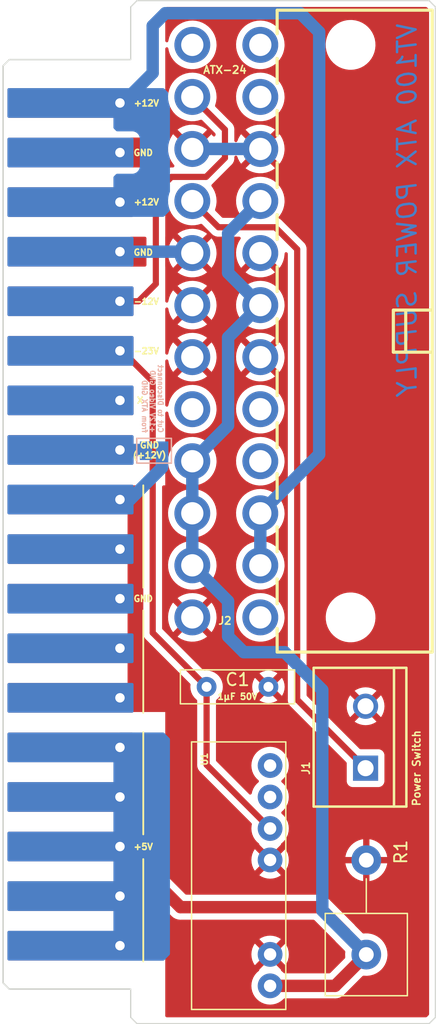
<source format=kicad_pcb>
(kicad_pcb (version 20211014) (generator pcbnew)
  (layers (0 "F.Cu" signal) (31 "B.Cu" signal) (34 "B.Paste" user) (35 "F.Paste" user) (36 "B.SilkS" user "B.Silkscreen") (37 "F.SilkS" user "F.Silkscreen") (38 "B.Mask" user) (39 "F.Mask" user) (44 "Edge.Cuts" user))
  (net 0 "")
  (net 2 "-23V")
  (net 4 "GND")
  (net 5 "Net-(J1-Pad1)")
  (net 6 "+5V")
  (net 7 "+12V")
  (net 8 "-12V")
  (net 10 "GND_+12V")
  (footprint "VT105_Library:NMT0572SC" (layer "F.Cu") (at 51.911 117.856 90)
    (fp_text reference "U1" (at 10.668 4.858 90 unlocked) (layer "F.SilkS") (effects (font (size 0.5 0.5) (thickness 0.125))))
    (fp_text value "NMT0572SC")
    (fp_line (start -9.525 11.43) (end -9.525 3.81) (layer "F.SilkS") (width 0.12))
    (fp_line (start 12.065 11.43) (end -9.525 11.43) (layer "F.SilkS") (width 0.12))
    (fp_line (start -9.525 3.81) (end 12.065 3.81) (layer "F.SilkS") (width 0.12))
    (fp_line (start 12.065 3.81) (end 12.065 11.43) (layer "F.SilkS") (width 0.12))
    (pad "1" thru_hole circle (at -7.62 10.16 90) (size 2 2) (drill 1) (layers *.Cu *.Mask) (net 6 "+5V"))
    (pad "2" thru_hole circle (at -5.08 10.16 90) (size 2 2) (drill 1) (layers *.Cu *.Mask) (net 4 "GND"))
    (pad "5" thru_hole circle (at 2.54 10.16 90) (size 2 2) (drill 1) (layers *.Cu *.Mask) (net 4 "GND"))
    (pad "6" thru_hole circle (at 5.08 10.16 90) (size 2 2) (drill 1) (layers *.Cu *.Mask) (net 2 "-23V"))
    (pad "7" thru_hole circle (at 7.62 10.16 90) (size 2 2) (drill 1) (layers *.Cu *.Mask))
    (pad "8" thru_hole circle (at 10.16 10.16 90) (size 2 2) (drill 1) (layers *.Cu *.Mask))
  )
  (footprint "Capacitor_THT:C_Disc_D9.0mm_W2.5mm_P5.00mm" (layer "F.Cu") (at 56.936 101.346)
    (fp_text reference "C1" (at 2.5 -0.5842) (layer "F.SilkS"))
    (fp_text value "1uF 50V")
    (fp_line (start -2.12 -1.37) (end -2.12 1.37) (layer "F.SilkS") (width 0.12))
    (fp_line (start -2.12 1.37) (end 7.12 1.37) (layer "F.SilkS") (width 0.12))
    (fp_line (start -2.12 -1.37) (end 7.12 -1.37) (layer "F.SilkS") (width 0.12))
    (fp_line (start 7.12 -1.37) (end 7.12 1.37) (layer "F.SilkS") (width 0.12))
    (pad "1" thru_hole circle (at 0 0) (size 1.6 1.6) (drill 0.8) (layers *.Cu *.Mask) (net 2 "-23V"))
    (pad "2" thru_hole circle (at 5 0) (size 1.6 1.6) (drill 0.8) (layers *.Cu *.Mask) (net 4 "GND"))
  )
  (footprint "Connectors:SCREWTERMINAL-5MM-2" (layer "F.Cu") (at 69.79158 107.91063 90)
    (fp_text reference "J1" (at 0 -4.826 90) (layer "F.SilkS") (effects (font (size 0.6096 0.6096) (thickness 0.127))))
    (fp_text value "Power Switch" (at 0 4.12242 90) (layer "F.SilkS") (effects (font (size 0.6096 0.6096) (thickness 0.127))))
    (fp_line (start -3.0988 2.2987) (end -3.0988 -4.19862) (layer "F.SilkS") (width 0.2032))
    (fp_line (start 8.09752 2.2987) (end 8.09752 3.29946) (layer "F.SilkS") (width 0.2032))
    (fp_line (start 8.09752 -4.19862) (end 8.09752 2.2987) (layer "F.SilkS") (width 0.2032))
    (fp_line (start 8.09752 2.2987) (end -3.0988 2.2987) (layer "F.SilkS") (width 0.2032))
    (fp_line (start 8.09752 3.29946) (end -3.0988 3.29946) (layer "F.SilkS") (width 0.2032))
    (fp_line (start -3.0988 -4.19862) (end 8.09752 -4.19862) (layer "F.SilkS") (width 0.2032))
    (fp_line (start -3.0988 3.29946) (end -3.0988 2.2987) (layer "F.SilkS") (width 0.2032))
    (pad "1" thru_hole rect locked (at 0 0 90) (size 2.032 2.032) (drill 1.29794) (layers *.Cu *.Mask) (net 5 "Net-(J1-Pad1)"))
    (pad "2" thru_hole circle locked (at 4.99872 0 90) (size 2.032 2.032) (drill 1.29794) (layers *.Cu *.Mask) (net 4 "GND"))
  )
  (footprint "VT105_Library:VT105_Card_Edge" (layer "F.Cu") (at 40.481 50.733)
    (fp_text reference "U2")
    (fp_text value "VT105_PSU_Edge")
    (fp_line (start 0.5 75) (end 10.25 75) (layer "Edge.Cuts") (width 0.12))
    (fp_line (start 0 74.5) (end 0.5 75) (layer "Edge.Cuts") (width 0.12))
    (fp_line (start 0.5 0) (end 0 0.5) (layer "Edge.Cuts") (width 0.12))
    (fp_line (start 0 74.5) (end 0 0.5) (layer "Edge.Cuts") (width 0.12))
    (fp_line (start 0.5 0) (end 10.25 0) (layer "Edge.Cuts") (width 0.12))
    (pad "1" thru_hole roundrect (at 9.45 3.5 180) (size 10.2 2.4) (drill 0.762 (offset 4 0)) (layers *.Cu *.Mask) (roundrect_rratio 0.05) (net 7 "+12V"))
    (pad "2" thru_hole roundrect (at 9.45 7.5 180) (size 10.2 2.4) (drill 0.762 (offset 4 0)) (layers *.Cu *.Mask) (roundrect_rratio 0.05) (net 4 "GND"))
    (pad "3" thru_hole roundrect (at 9.45 11.5 180) (size 10.2 2.4) (drill 0.762 (offset 4 0)) (layers *.Cu *.Mask) (roundrect_rratio 0.05) (net 7 "+12V"))
    (pad "4" thru_hole roundrect (at 9.45 15.5 180) (size 10.2 2.4) (drill 0.762 (offset 4 0)) (layers *.Cu *.Mask) (roundrect_rratio 0.05) (net 4 "GND"))
    (pad "5" thru_hole roundrect (at 9.45 19.5 180) (size 10.2 2.4) (drill 0.762 (offset 4 0)) (layers *.Cu *.Mask) (roundrect_rratio 0.05) (net 8 "-12V"))
    (pad "6" thru_hole roundrect (at 9.45 23.5 180) (size 10.2 2.4) (drill 0.762 (offset 4 0)) (layers *.Cu *.Mask) (roundrect_rratio 0.05) (net 2 "-23V"))
    (pad "7" thru_hole roundrect (at 9.45 27.5 180) (size 10.2 2.4) (drill 0.762 (offset 4 0)) (layers *.Cu *.Mask) (roundrect_rratio 0.05))
    (pad "8" thru_hole roundrect (at 9.45 31.5 180) (size 10.2 2.4) (drill 0.762 (offset 4 0)) (layers *.Cu *.Mask) (roundrect_rratio 0.05) (net 10 "GND_+12V"))
    (pad "9" thru_hole roundrect (at 9.45 35.5 180) (size 10.2 2.4) (drill 0.762 (offset 4 0)) (layers *.Cu *.Mask) (roundrect_rratio 0.05) (net 4 "GND"))
    (pad "10" thru_hole roundrect (at 9.45 39.5 180) (size 10.2 2.4) (drill 0.762 (offset 4 0)) (layers *.Cu *.Mask) (roundrect_rratio 0.05) (net 4 "GND"))
    (pad "11" thru_hole roundrect (at 9.45 43.5 180) (size 10.2 2.4) (drill 0.762 (offset 4 0)) (layers *.Cu *.Mask) (roundrect_rratio 0.05) (net 4 "GND"))
    (pad "12" thru_hole roundrect (at 9.45 47.5 180) (size 10.2 2.4) (drill 0.762 (offset 4 0)) (layers *.Cu *.Mask) (roundrect_rratio 0.05) (net 4 "GND"))
    (pad "13" thru_hole roundrect (at 9.45 51.5 180) (size 10.2 2.4) (drill 0.762 (offset 4 0)) (layers *.Cu *.Mask) (roundrect_rratio 0.05) (net 4 "GND"))
    (pad "14" thru_hole roundrect (at 9.45 55.5 180) (size 10.2 2.4) (drill 0.762 (offset 4 0)) (layers *.Cu *.Mask) (roundrect_rratio 0.05) (net 6 "+5V"))
    (pad "15" thru_hole roundrect (at 9.45 59.5 180) (size 10.2 2.4) (drill 0.762 (offset 4 0)) (layers *.Cu *.Mask) (roundrect_rratio 0.05) (net 6 "+5V"))
    (pad "16" thru_hole roundrect (at 9.45 63.5 180) (size 10.2 2.4) (drill 0.762 (offset 4 0)) (layers *.Cu *.Mask) (roundrect_rratio 0.05) (net 6 "+5V"))
    (pad "17" thru_hole roundrect (at 9.45 67.5 180) (size 10.2 2.4) (drill 0.762 (offset 4 0)) (layers *.Cu *.Mask) (roundrect_rratio 0.05) (net 6 "+5V"))
    (pad "18" thru_hole roundrect (at 9.45 71.5 180) (size 10.2 2.4) (drill 0.762 (offset 4 0)) (layers *.Cu *.Mask) (roundrect_rratio 0.05) (net 6 "+5V"))
  )
  (footprint "Resistor_THT:R_Axial_Power_L20.0mm_W6.4mm_P7.62mm_Vertical" (layer "F.Cu") (at 69.85 122.952 90)
    (fp_text reference "R1" (at 8.271 2.794 90) (layer "F.SilkS"))
    (fp_text value "6.8ohm")
    (fp_line (start 3.32 -3.32) (end -3.32 -3.32) (layer "F.SilkS") (width 0.12))
    (fp_line (start 3.32 3.32) (end 3.32 -3.32) (layer "F.SilkS") (width 0.12))
    (fp_line (start -3.32 3.32) (end 3.32 3.32) (layer "F.SilkS") (width 0.12))
    (fp_line (start -3.32 -3.32) (end -3.32 3.32) (layer "F.SilkS") (width 0.12))
    (fp_line (start 3.32 0) (end 6.12 0) (layer "F.SilkS") (width 0.12))
    (pad "1" thru_hole circle (at 0 0 90) (size 2.4 2.4) (drill 1.2) (layers *.Cu *.Mask) (net 6 "+5V"))
    (pad "2" thru_hole oval (at 7.62 0 90) (size 2.4 2.4) (drill 1.2) (layers *.Cu *.Mask) (net 4 "GND"))
  )
  (footprint "Connectors:ATX24_RIGHT_ANGLE" (layer "F.Cu") (at 66.04 72.644 90)
    (fp_text reference "J2" (at -23.368 -7.62) (layer "F.SilkS") (effects (font (size 0.6096 0.6096) (thickness 0.127))))
    (fp_text value "ATX-24" (at 21.082 -7.62) (layer "F.SilkS") (effects (font (size 0.6096 0.6096) (thickness 0.127))))
    (fp_line (start 17.79778 -3.39852) (end 15.7988 -3.39852) (layer "F.SilkS") (width 0.254))
    (fp_line (start -1.69926 5.99948) (end 1.69926 5.99948) (layer "F.SilkS") (width 0.254))
    (fp_line (start 9.398 -3.39852) (end 7.39902 -3.39852) (layer "F.SilkS") (width 0.254))
    (fp_line (start -11.49858 -3.39852) (end -13.49756 -3.39852) (layer "F.SilkS") (width 0.254))
    (fp_line (start 1.69926 6.9977) (end 1.69926 5.99948) (layer "F.SilkS") (width 0.254))
    (fp_line (start -15.7988 -3.39852) (end -17.79778 -3.39852) (layer "F.SilkS") (width 0.254))
    (fp_line (start -1.69926 8.99922) (end -1.69926 5.99948) (layer "F.SilkS") (width 0.254))
    (fp_line (start 25.89784 -3.39852) (end 23.99792 -3.39852) (layer "F.SilkS") (width 0.254))
    (fp_line (start -3.19786 -3.39852) (end -5.19938 -3.39852) (layer "F.SilkS") (width 0.254))
    (fp_line (start -19.99996 -3.39852) (end -21.99894 -3.39852) (layer "F.SilkS") (width 0.254))
    (fp_line (start -25.89784 9.13892) (end 25.89784 9.13892) (layer "F.SilkS") (width 0.254))
    (fp_line (start 13.59916 -3.39852) (end 11.59764 -3.39852) (layer "F.SilkS") (width 0.254))
    (fp_line (start -25.89784 -3.39852) (end -25.89784 9.13892) (layer "F.SilkS") (width 0.254))
    (fp_line (start 21.99894 -3.39852) (end 19.99996 -3.39852) (layer "F.SilkS") (width 0.254))
    (fp_line (start 25.89784 9.13892) (end 25.89784 -3.39852) (layer "F.SilkS") (width 0.254))
    (fp_line (start 1.69926 5.99948) (end 1.69926 8.99922) (layer "F.SilkS") (width 0.254))
    (fp_line (start 1.69926 5.99948) (end -1.69926 5.99948) (layer "F.SilkS") (width 0.254))
    (fp_line (start -7.39902 -3.39852) (end -9.398 -3.39852) (layer "F.SilkS") (width 0.254))
    (fp_line (start 0.99822 -3.39852) (end -0.99822 -3.39852) (layer "F.SilkS") (width 0.254))
    (fp_line (start -1.69926 5.99948) (end -1.69926 6.9977) (layer "F.SilkS") (width 0.254))
    (fp_line (start 5.19938 -3.39852) (end 3.19786 -3.39852) (layer "F.SilkS") (width 0.254))
    (fp_line (start -25.89784 -3.39852) (end -23.99792 -3.39852) (layer "F.SilkS") (width 0.254))
    (fp_line (start -1.69926 6.9977) (end 1.69926 6.9977) (layer "F.SilkS") (width 0.254))
    (pad "" np_thru_hole circle locked (at 23.09876 2.54 90) (size 2.99974 2.99974) (drill 2.99974) (layers *.Cu *.Mask))
    (pad "" np_thru_hole circle locked (at -23.09876 2.54 90) (size 2.99974 2.99974) (drill 2.99974) (layers *.Cu *.Mask))
    (pad "1" thru_hole circle locked (at 23.09876 -4.75996 90) (size 2.89814 2.89814) (drill 1.79832) (layers *.Cu *.Mask))
    (pad "2" thru_hole circle locked (at 18.8976 -4.75996 90) (size 2.89814 2.89814) (drill 1.79832) (layers *.Cu *.Mask))
    (pad "3" thru_hole circle locked (at 14.69898 -4.75996 90) (size 2.89814 2.89814) (drill 1.79832) (layers *.Cu *.Mask) (net 4 "GND"))
    (pad "4" thru_hole circle locked (at 10.49782 -4.75996 90) (size 2.89814 2.89814) (drill 1.79832) (layers *.Cu *.Mask) (net 6 "+5V"))
    (pad "5" thru_hole circle locked (at 6.2992 -4.75996 90) (size 2.89814 2.89814) (drill 1.79832) (layers *.Cu *.Mask) (net 4 "GND"))
    (pad "6" thru_hole circle locked (at 2.09804 -4.75996 90) (size 2.89814 2.89814) (drill 1.79832) (layers *.Cu *.Mask) (net 6 "+5V"))
    (pad "7" thru_hole circle locked (at -2.09804 -4.75996 90) (size 2.89814 2.89814) (drill 1.79832) (layers *.Cu *.Mask) (net 4 "GND"))
    (pad "8" thru_hole circle locked (at -6.2992 -4.75996 90) (size 2.89814 2.89814) (drill 1.79832) (layers *.Cu *.Mask))
    (pad "9" thru_hole circle locked (at -10.49782 -4.75996 90) (size 2.89814 2.89814) (drill 1.79832) (layers *.Cu *.Mask))
    (pad "10" thru_hole circle locked (at -14.69898 -4.75996 90) (size 2.89814 2.89814) (drill 1.79832) (layers *.Cu *.Mask) (net 7 "+12V"))
    (pad "11" thru_hole circle locked (at -18.8976 -4.75996 90) (size 2.89814 2.89814) (drill 1.79832) (layers *.Cu *.Mask) (net 7 "+12V"))
    (pad "12" thru_hole circle locked (at -23.09876 -4.75996 90) (size 2.89814 2.89814) (drill 1.79832) (layers *.Cu *.Mask))
    (pad "13" thru_hole circle locked (at 23.09876 -10.25906 90) (size 2.89814 2.89814) (drill 1.79832) (layers *.Cu *.Mask))
    (pad "14" thru_hole circle locked (at 18.8976 -10.25906 90) (size 2.89814 2.89814) (drill 1.79832) (layers *.Cu *.Mask) (net 8 "-12V"))
    (pad "15" thru_hole circle locked (at 14.69898 -10.25906 90) (size 2.89814 2.89814) (drill 1.79832) (layers *.Cu *.Mask) (net 4 "GND"))
    (pad "16" thru_hole circle locked (at 10.49782 -10.25906 90) (size 2.89814 2.89814) (drill 1.79832) (layers *.Cu *.Mask) (net 5 "Net-(J1-Pad1)"))
    (pad "17" thru_hole circle locked (at 6.2992 -10.25906 90) (size 2.89814 2.89814) (drill 1.79832) (layers *.Cu *.Mask) (net 4 "GND"))
    (pad "18" thru_hole circle locked (at 2.09804 -10.25906 90) (size 2.89814 2.89814) (drill 1.79832) (layers *.Cu *.Mask) (net 4 "GND"))
    (pad "19" thru_hole circle locked (at -2.09804 -10.25906 90) (size 2.89814 2.89814) (drill 1.79832) (layers *.Cu *.Mask) (net 4 "GND"))
    (pad "20" thru_hole circle locked (at -6.2992 -10.25906 90) (size 2.89814 2.89814) (drill 1.79832) (layers *.Cu *.Mask))
    (pad "21" thru_hole circle locked (at -10.49782 -10.25906 90) (size 2.89814 2.89814) (drill 1.79832) (layers *.Cu *.Mask) (net 6 "+5V"))
    (pad "22" thru_hole circle locked (at -14.69898 -10.25906 90) (size 2.89814 2.89814) (drill 1.79832) (layers *.Cu *.Mask) (net 6 "+5V"))
    (pad "23" thru_hole circle locked (at -18.8976 -10.25906 90) (size 2.89814 2.89814) (drill 1.79832) (layers *.Cu *.Mask) (net 6 "+5V"))
    (pad "24" thru_hole circle locked (at -23.09876 -10.25906 90) (size 2.89814 2.89814) (drill 1.79832) (layers *.Cu *.Mask) (net 4 "GND"))
  )
  (footprint "Jumper:SolderJumper-2_P1.3mm_Bridged2Bar_Pad1.0x1.5mm" (layer "B.Cu") (at 52.69 82.296 180)
    (fp_text reference "JP1" hide)
    (fp_text value "J_GND_FLOAT")
    (fp_poly (pts (xy -0.25 0.6) (xy 0.25 0.6) (xy 0.25 0.2) (xy -0.25 0.2)) (layer "B.Cu") (width 0) (fill solid))
    (fp_poly (pts (xy -0.25 -0.2) (xy 0.25 -0.2) (xy 0.25 -0.6) (xy -0.25 -0.6)) (layer "B.Cu") (width 0) (fill solid))
    (fp_line (start 1.4 -1) (end -1.4 -1) (layer "B.SilkS") (width 0.12))
    (fp_line (start -1.4 -1) (end -1.4 1) (layer "B.SilkS") (width 0.12))
    (fp_line (start 1.4 1) (end 1.4 -1) (layer "B.SilkS") (width 0.12))
    (fp_line (start -1.4 1) (end 1.4 1) (layer "B.SilkS") (width 0.12))
    (pad "1" smd rect (at -0.65 0 180) (size 1 1.5) (layers "B.Cu" "B.Mask") (net 4 "GND"))
    (pad "2" smd rect (at 0.65 0 180) (size 1 1.5) (layers "B.Cu" "B.Mask") (net 10 "GND_+12V"))
  )
  (gr_line (start 51.816 115.25) (end 51.816 123.5) (layer "F.SilkS") (width 0.15))
  (gr_line (start 51.816 93.34) (end 51.816 85.09) (layer "F.SilkS") (width 0.15))
  (gr_line (start 51.816 103.439) (end 51.816 95.189) (layer "F.SilkS") (width 0.15))
  (gr_line (start 51.816 113.25) (end 51.816 105) (layer "F.SilkS") (width 0.15))
  (gr_line (start 50.8 50.733) (end 50.8 46.482) (layer "Edge.Cuts") (width 0.1))
  (gr_line (start 50.8 125.73) (end 50.731 125.733) (layer "Edge.Cuts") (width 0.1))
  (gr_line (start 50.8 50.733) (end 50.731 50.733) (layer "Edge.Cuts") (width 0.1))
  (gr_line (start 50.8 125.73) (end 50.8 128.016) (layer "Edge.Cuts") (width 0.1))
  (gr_line (start 75.438 46.482) (end 75.438 128.016) (layer "Edge.Cuts") (width 0.1))
  (gr_line (start 51.308 45.974) (end 50.8 46.482) (layer "Edge.Cuts") (width 0.1))
  (gr_line (start 51.308 128.524) (end 50.8 128.016) (layer "Edge.Cuts") (width 0.1))
  (gr_line (start 51.308 128.524) (end 74.93 128.524) (layer "Edge.Cuts") (width 0.1))
  (gr_line (start 74.93 128.524) (end 75.438 128.016) (layer "Edge.Cuts") (width 0.1))
  (gr_line (start 74.93 45.974) (end 75.438 46.482) (layer "Edge.Cuts") (width 0.1))
  (gr_line (start 51.308 45.974) (end 74.93 45.974) (layer "Edge.Cuts") (width 0.1))
  (gr_text "VT100 ATX POWER SUPPLY" (at 73.152 62.738 90) (layer "B.Cu") (effects (font (size 1.5 1.5) (thickness 0.2) italic) (justify mirror)))
  (gr_text "Cut to Disconnect\n+12V Video GND\nfrom ATX GND" (at 52.563 80.899 -90) (layer "B.SilkS") (effects (font (size 0.4 0.4) (thickness 0.1)) (justify left mirror)))
  (gr_text "GND\n(+12V)" (at 52.324 82.25) (layer "F.SilkS") (effects (font (size 0.5 0.5) (thickness 0.125))))
  (gr_text "+12V" (at 52.07 62.23) (layer "F.SilkS") (effects (font (size 0.5 0.5) (thickness 0.125))))
  (gr_text "GND" (at 51.816 94.234) (layer "F.SilkS") (effects (font (size 0.5 0.5) (thickness 0.125))))
  (gr_text "+12V" (at 52.07 54.25) (layer "F.SilkS") (effects (font (size 0.5 0.5) (thickness 0.125))))
  (gr_text "X" (at 51.562 78.232) (layer "F.SilkS") (effects (font (size 0.5 0.5) (thickness 0.125))))
  (gr_text "GND" (at 51.816 66.294) (layer "F.SilkS") (effects (font (size 0.5 0.5) (thickness 0.125))))
  (gr_text "1µF 50V" (at 59.436 102.1334) (layer "F.SilkS") (effects (font (size 0.5 0.5) (thickness 0.125))))
  (gr_text "+5V" (at 51.816 114.25) (layer "F.SilkS") (effects (font (size 0.5 0.5) (thickness 0.125))))
  (gr_text "GND" (at 51.816 58.25) (layer "F.SilkS") (effects (font (size 0.5 0.5) (thickness 0.125))))
  (gr_text "-23V" (at 52.07 74.25) (layer "F.SilkS") (effects (font (size 0.5 0.5) (thickness 0.125))))
  (gr_text "-12V" (at 52.07 70.25) (layer "F.SilkS") (effects (font (size 0.5 0.5) (thickness 0.125))))
  (segment (start 49.931 74.233) (end 50.103 74.233) (width 0.5) (layer "F.Cu") (net 2))
  (segment (start 52.578 96.988) (end 56.936 101.346) (width 0.5) (layer "F.Cu") (net 2))
  (segment (start 62.071 112.776) (end 56.936 107.641) (width 0.5) (layer "F.Cu") (net 2))
  (segment (start 50.103 74.233) (end 52.578 76.708) (width 0.5) (layer "F.Cu") (net 2))
  (segment (start 52.578 76.708) (end 52.578 96.988) (width 0.5) (layer "F.Cu") (net 2))
  (segment (start 56.936 107.641) (end 56.936 101.346) (width 0.5) (layer "F.Cu") (net 2))
  (segment (start 53.34 83.646) (end 53.34 82.296) (width 1) (layer "B.Cu") (net 4))
  (segment (start 50.753 86.233) (end 53.34 83.646) (width 1) (layer "B.Cu") (net 4))
  (segment (start 49.931 86.233) (end 50.753 86.233) (width 1) (layer "B.Cu") (net 4))
  (segment (start 55.78094 57.94502) (end 61.28004 57.94502) (width 1) (layer "B.Cu") (net 4))
  (segment (start 49.931 66.233) (end 55.66914 66.233) (width 1) (layer "B.Cu") (net 4))
  (segment (start 55.66914 66.233) (end 55.78094 66.3448) (width 1) (layer "B.Cu") (net 4))
  (segment (start 62.484 64.262) (end 57.89676 64.262) (width 0.5) (layer "F.Cu") (net 5))
  (segment (start 64.262 66.04) (end 62.484 64.262) (width 0.5) (layer "F.Cu") (net 5))
  (segment (start 69.79158 107.91063) (end 64.262 102.38105) (width 0.5) (layer "F.Cu") (net 5))
  (segment (start 57.89676 64.262) (end 55.78094 62.14618) (width 0.5) (layer "F.Cu") (net 5))
  (segment (start 64.262 102.38105) (end 64.262 66.04) (width 0.5) (layer "F.Cu") (net 5))
  (segment (start 67.326 125.476) (end 69.85 122.952) (width 1) (layer "F.Cu") (net 6))
  (segment (start 54.824 119.126) (end 49.931 114.233) (width 1) (layer "F.Cu") (net 6))
  (segment (start 66.04 119.126) (end 54.824 119.126) (width 1) (layer "F.Cu") (net 6))
  (segment (start 68.134 121.22) (end 66.04 119.126) (width 1) (layer "F.Cu") (net 6))
  (segment (start 68.134 121.236) (end 68.134 121.22) (width 1) (layer "F.Cu") (net 6))
  (segment (start 69.85 122.952) (end 68.134 121.236) (width 1) (layer "F.Cu") (net 6))
  (segment (start 62.071 125.476) (end 67.326 125.476) (width 1) (layer "F.Cu") (net 6))
  (segment (start 55.78094 83.14182) (end 58.674 80.24876) (width 1) (layer "B.Cu") (net 6))
  (segment (start 58.674 73.152) (end 61.28004 70.54596) (width 1) (layer "B.Cu") (net 6))
  (segment (start 66.294 101.6) (end 63.246 98.552) (width 1) (layer "B.Cu") (net 6))
  (segment (start 55.78094 91.5416) (end 55.78094 83.14182) (width 1) (layer "B.Cu") (net 6))
  (segment (start 58.674 94.43466) (end 55.78094 91.5416) (width 1) (layer "B.Cu") (net 6))
  (segment (start 63.246 98.552) (end 59.944 98.552) (width 1) (layer "B.Cu") (net 6))
  (segment (start 58.674 80.24876) (end 58.674 73.152) (width 1) (layer "B.Cu") (net 6))
  (segment (start 61.28004 70.54596) (end 58.674 67.93992) (width 1) (layer "B.Cu") (net 6))
  (segment (start 69.85 122.952) (end 66.294 119.396) (width 1) (layer "B.Cu") (net 6))
  (segment (start 58.674 97.282) (end 58.674 94.43466) (width 1) (layer "B.Cu") (net 6))
  (segment (start 58.674 67.93992) (end 58.674 64.75222) (width 1) (layer "B.Cu") (net 6))
  (segment (start 58.674 64.75222) (end 61.28004 62.14618) (width 1) (layer "B.Cu") (net 6))
  (segment (start 59.944 98.552) (end 58.674 97.282) (width 1) (layer "B.Cu") (net 6))
  (segment (start 66.294 119.396) (end 66.294 101.6) (width 1) (layer "B.Cu") (net 6))
  (segment (start 50.161 54.233) (end 52.578 51.816) (width 1) (layer "B.Cu") (net 7))
  (segment (start 66.04 48.514) (end 66.04 82.58302) (width 1) (layer "B.Cu") (net 7))
  (segment (start 52.578 51.816) (end 52.578 48.006) (width 1) (layer "B.Cu") (net 7))
  (segment (start 49.931 54.233) (end 50.161 54.233) (width 1) (layer "B.Cu") (net 7))
  (segment (start 52.578 48.006) (end 53.594 46.99) (width 1) (layer "B.Cu") (net 7))
  (segment (start 53.594 46.99) (end 64.516 46.99) (width 1) (layer "B.Cu") (net 7))
  (segment (start 66.04 82.58302) (end 61.28004 87.34298) (width 1) (layer "B.Cu") (net 7))
  (segment (start 61.28004 91.5416) (end 61.28004 87.34298) (width 1) (layer "B.Cu") (net 7))
  (segment (start 64.516 46.99) (end 66.04 48.514) (width 1) (layer "B.Cu") (net 7))
  (segment (start 56.896 60.198) (end 58.42 58.674) (width 0.5) (layer "F.Cu") (net 8))
  (segment (start 51.433 70.233) (end 52.832 68.834) (width 0.5) (layer "F.Cu") (net 8))
  (segment (start 58.42 56.38546) (end 55.78094 53.7464) (width 0.5) (layer "F.Cu") (net 8))
  (segment (start 49.931 70.233) (end 51.433 70.233) (width 0.5) (layer "F.Cu") (net 8))
  (segment (start 52.832 61.468) (end 54.102 60.198) (width 0.5) (layer "F.Cu") (net 8))
  (segment (start 54.102 60.198) (end 56.896 60.198) (width 0.5) (layer "F.Cu") (net 8))
  (segment (start 52.832 68.834) (end 52.832 61.468) (width 0.5) (layer "F.Cu") (net 8))
  (segment (start 58.42 58.674) (end 58.42 56.38546) (width 0.5) (layer "F.Cu") (net 8))
  (segment (start 49.931 82.233) (end 51.977 82.233) (width 1) (layer "B.Cu") (net 10))
  (segment (start 51.977 82.233) (end 52.04 82.296) (width 1) (layer "B.Cu") (net 10))
  (zone (net 4) (net_name "GND") (layer "F.Cu") (connect_pads (clearance 0.508)) (min_thickness 0.254) (fill yes (thermal_gap 0.508) (thermal_bridge_width 0.508))
    (polygon (pts (xy 75.184 128.27) (xy 53.594 128.27) (xy 53.594 103.378) (xy 50.546 103.378) (xy 50.546 85.09) (xy 53.594 85.09) (xy 53.594 67.437) (xy 50.673 67.437) (xy 50.673 65.024) (xy 53.594 65.024) (xy 53.594 59.436) (xy 50.673 59.436) (xy 50.673 57.023) (xy 53.594 57.023) (xy 53.594 46.355) (xy 75.184 46.228)))
  )
  (zone (net 6) (net_name "+5V") (layer "B.Cu") (connect_pads yes (clearance 0.508)) (min_thickness 0.254) (fill yes (thermal_gap 0.508) (thermal_bridge_width 0.508) (smoothing chamfer) (radius 0.5))
    (polygon (pts (xy 53.975 123.444) (xy 49.403 123.444) (xy 49.403 105.029) (xy 53.975 105.029)))
  )
  (zone (net 7) (net_name "+12V") (layer "B.Cu") (connect_pads (clearance 0.508)) (min_thickness 0.254) (fill yes (thermal_gap 0.508) (thermal_bridge_width 0.508) (smoothing chamfer) (radius 0.5))
    (polygon (pts (xy 53.975 63.4238) (xy 49.403 63.4238) (xy 49.403 61.087) (xy 49.403 59.69) (xy 51.054 59.69) (xy 51.308 59.563) (xy 51.308 57.023) (xy 51.054 56.769) (xy 49.403 56.769) (xy 49.403 55.372) (xy 49.403 53.0352) (xy 53.975 53.0352)))
  )
)
</source>
